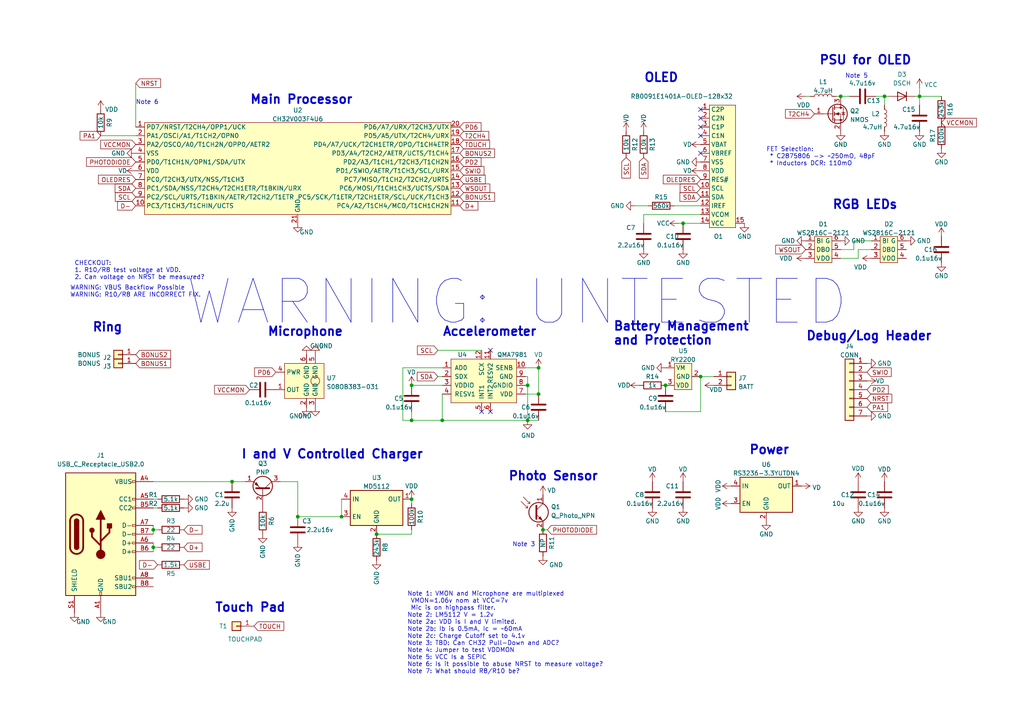
<source format=kicad_sch>
(kicad_sch (version 20211123) (generator eeschema)
  (paper "A4")
  (lib_symbols
    (symbol "CH32V003F4U6:CH32V003F4U6"
      (property "Reference" "U" (at 0 0 0))
      (property "Value" "CH32V003F4U6" (at 0 3.81 0))
      (symbol "CH32V003F4U6_1_1"
        (pin bidirectional line (at -46.99 11.43 0) (length 2.54) (name "PD7/NRST/T2CH4/OPP1/UCK") (number "1"))
        (pin bidirectional line (at -46.99 -11.43 0) (length 2.54) (name "PC3/T1CH3/T1CHIN/UCTS") (number "10"))
        (pin bidirectional line (at 46.99 -11.43 180) (length 2.54) (name "PC4/A2/T1CH4/MCO/T1CH1CH2N") (number "11"))
        (pin bidirectional line (at 46.99 -8.89 180) (length 2.54) (name "PC5/SCK/T1ETR/T2CH1ETR/SCL/UCK/T1CH3") (number "12"))
        (pin bidirectional line (at 46.99 -6.35 180) (length 2.54) (name "PC6/MOSI/T1CH1CH3/UCTS/SDA") (number "13"))
        (pin bidirectional line (at 46.99 -3.81 180) (length 2.54) (name "PC7/MISO/T1CH2/T2CH2/URTS") (number "14"))
        (pin bidirectional line (at 46.99 -1.27 180) (length 2.54) (name "PD1/SWIO/AETR/T1CH3/SCL/URX") (number "15"))
        (pin bidirectional line (at 46.99 1.27 180) (length 2.54) (name "PD2/A3/T1CH1/T2CH3/T1CH2N") (number "16"))
        (pin bidirectional line (at 46.99 3.81 180) (length 2.54) (name "PD3/A4/T2CH2/AETR/UCTS/T1CH4") (number "17"))
        (pin bidirectional line (at 46.99 6.35 180) (length 2.54) (name "PD4/A7/UCK/T2CH1ETR/OPO/T1CH4ETR") (number "18"))
        (pin bidirectional line (at 46.99 8.89 180) (length 2.54) (name "PD5/A5/UTX/T2CH4/URX") (number "19"))
        (pin bidirectional line (at -46.99 8.89 0) (length 2.54) (name "PA1/OSCI/A1/T1CH2/OPN0") (number "2"))
        (pin bidirectional line (at 46.99 11.43 180) (length 2.54) (name "PD6/A7/URX/T2CH3/UTX") (number "20"))
        (pin bidirectional line (at 0 -16.51 90) (length 2.54) (name "GND") (number "21"))
        (pin bidirectional line (at -46.99 6.35 0) (length 2.54) (name "PA2/OSCO/A0/T1CH2N/OPP0/AETR2") (number "3"))
        (pin bidirectional line (at -46.99 3.81 0) (length 2.54) (name "VSS") (number "4"))
        (pin bidirectional line (at -46.99 1.27 0) (length 2.54) (name "PD0/T1CH1N/OPN1/SDA/UTX") (number "5"))
        (pin bidirectional line (at -46.99 -1.27 0) (length 2.54) (name "VDD") (number "6"))
        (pin bidirectional line (at -46.99 -3.81 0) (length 2.54) (name "PC0/T2CH3/UTX/NSS/T1CH3") (number "7"))
        (pin bidirectional line (at -46.99 -6.35 0) (length 2.54) (name "PC1/SDA/NSS/T2CH4/T2CH1ETR/T1BKIN/URX") (number "8"))
        (pin bidirectional line (at -46.99 -8.89 0) (length 2.54) (name "PC2/SCL/URTS/T1BKIN/AETR/T2CH2/T1ETR") (number "9"))
      )
    )
    (symbol "Connector:USB_C_Receptacle_USB2.0" (pin_names (offset 1.016))
      (property "Reference" "J" (at -10.16 19.05 0))
      (property "Value" "USB_C_Receptacle_USB2.0" (at 19.05 19.05 0))
      (symbol "USB_C_Receptacle_USB2.0_1_1"
        (pin passive line (at 0 -22.86 90) (length 5.08) (name "GND") (number "A1"))
        (pin passive line (at 0 -22.86 90) (length 5.08) hide (name "GND") (number "A12"))
        (pin passive line (at 15.24 15.24 180) (length 5.08) (name "VBUS") (number "A4"))
        (pin bidirectional line (at 15.24 10.16 180) (length 5.08) (name "CC1") (number "A5"))
        (pin bidirectional line (at 15.24 -2.54 180) (length 5.08) (name "D+") (number "A6"))
        (pin bidirectional line (at 15.24 2.54 180) (length 5.08) (name "D-") (number "A7"))
        (pin bidirectional line (at 15.24 -12.7 180) (length 5.08) (name "SBU1") (number "A8"))
        (pin passive line (at 15.24 15.24 180) (length 5.08) hide (name "VBUS") (number "A9"))
        (pin passive line (at 0 -22.86 90) (length 5.08) hide (name "GND") (number "B1"))
        (pin passive line (at 0 -22.86 90) (length 5.08) hide (name "GND") (number "B12"))
        (pin passive line (at 15.24 15.24 180) (length 5.08) hide (name "VBUS") (number "B4"))
        (pin bidirectional line (at 15.24 7.62 180) (length 5.08) (name "CC2") (number "B5"))
        (pin bidirectional line (at 15.24 -5.08 180) (length 5.08) (name "D+") (number "B6"))
        (pin bidirectional line (at 15.24 0 180) (length 5.08) (name "D-") (number "B7"))
        (pin bidirectional line (at 15.24 -15.24 180) (length 5.08) (name "SBU2") (number "B8"))
        (pin passive line (at 15.24 15.24 180) (length 5.08) hide (name "VBUS") (number "B9"))
        (pin passive line (at -7.62 -22.86 90) (length 5.08) (name "SHIELD") (number "S1"))
      )
    )
    (symbol "Connector_Generic:Conn_01x01" (pin_names (offset 1.016) hide)
      (property "Reference" "J" (at 0 2.54 0))
      (property "Value" "Conn_01x01" (at 0 -2.54 0))
      (symbol "Conn_01x01_1_1"
        (pin passive line (at -5.08 0 0) (length 3.81) (name "Pin_1") (number "1"))
      )
    )
    (symbol "Connector_Generic:Conn_01x02" (pin_names (offset 1.016) hide)
      (property "Reference" "J" (at 0 2.54 0))
      (property "Value" "Conn_01x02" (at 0 -5.08 0))
      (symbol "Conn_01x02_1_1"
        (pin passive line (at -5.08 0 0) (length 3.81) (name "Pin_1") (number "1"))
        (pin passive line (at -5.08 -2.54 0) (length 3.81) (name "Pin_2") (number "2"))
      )
    )
    (symbol "Connector_Generic:Conn_01x07" (pin_names (offset 1.016) hide)
      (property "Reference" "J" (at 0 10.16 0))
      (property "Value" "Conn_01x07" (at 0 -10.16 0))
      (symbol "Conn_01x07_1_1"
        (pin passive line (at -5.08 7.62 0) (length 3.81) (name "Pin_1") (number "1"))
        (pin passive line (at -5.08 5.08 0) (length 3.81) (name "Pin_2") (number "2"))
        (pin passive line (at -5.08 2.54 0) (length 3.81) (name "Pin_3") (number "3"))
        (pin passive line (at -5.08 0 0) (length 3.81) (name "Pin_4") (number "4"))
        (pin passive line (at -5.08 -2.54 0) (length 3.81) (name "Pin_5") (number "5"))
        (pin passive line (at -5.08 -5.08 0) (length 3.81) (name "Pin_6") (number "6"))
        (pin passive line (at -5.08 -7.62 0) (length 3.81) (name "Pin_7") (number "7"))
      )
    )
    (symbol "Device:C" (pin_numbers hide) (pin_names (offset 0.254))
      (property "Reference" "C" (at 0.635 2.54 0))
      (property "Value" "C" (at 0.635 -2.54 0))
      (symbol "C_1_1"
        (pin passive line (at 0 3.81 270) (length 2.794) (name "~") (number "1"))
        (pin passive line (at 0 -3.81 90) (length 2.794) (name "~") (number "2"))
      )
    )
    (symbol "Device:D" (pin_numbers hide) (pin_names (offset 1.016) hide)
      (property "Reference" "D" (at 0 2.54 0))
      (property "Value" "D" (at 0 -2.54 0))
      (symbol "D_1_1"
        (pin passive line (at -3.81 0 0) (length 2.54) (name "K") (number "1"))
        (pin passive line (at 3.81 0 180) (length 2.54) (name "A") (number "2"))
      )
    )
    (symbol "Device:L" (pin_numbers hide) (pin_names (offset 1.016) hide)
      (property "Reference" "L" (at -1.27 0 90))
      (property "Value" "L" (at 1.905 0 90))
      (symbol "L_1_1"
        (pin passive line (at 0 3.81 270) (length 1.27) (name "1") (number "1"))
        (pin passive line (at 0 -3.81 90) (length 1.27) (name "2") (number "2"))
      )
    )
    (symbol "Device:Q_NMOS_GSD" (pin_names (offset 0) hide)
      (property "Reference" "Q" (at 5.08 1.27 0))
      (property "Value" "Q_NMOS_GSD" (at 5.08 -1.27 0))
      (symbol "Q_NMOS_GSD_1_1"
        (pin input line (at -5.08 0 0) (length 2.54) (name "G") (number "1"))
        (pin passive line (at 2.54 -5.08 90) (length 2.54) (name "S") (number "2"))
        (pin passive line (at 2.54 5.08 270) (length 2.54) (name "D") (number "3"))
      )
    )
    (symbol "Device:Q_PNP_EBC" (pin_names (offset 0) hide)
      (property "Reference" "Q" (at 5.08 1.27 0))
      (property "Value" "Q_PNP_EBC" (at 5.08 -1.27 0))
      (symbol "Q_PNP_EBC_1_1"
        (pin passive line (at 2.54 -5.08 90) (length 2.54) (name "E") (number "1"))
        (pin input line (at -5.08 0 0) (length 5.715) (name "B") (number "2"))
        (pin passive line (at 2.54 5.08 270) (length 2.54) (name "C") (number "3"))
      )
    )
    (symbol "Device:Q_Photo_NPN" (pin_names (offset 0) hide)
      (property "Reference" "Q" (at 5.08 1.27 0))
      (property "Value" "Q_Photo_NPN" (at 5.08 -1.27 0))
      (symbol "Q_Photo_NPN_1_1"
        (pin passive line (at 2.54 5.08 270) (length 2.54) (name "C") (number "1"))
        (pin passive line (at 2.54 -5.08 90) (length 2.54) (name "E") (number "2"))
      )
    )
    (symbol "Device:R" (pin_numbers hide) (pin_names (offset 0))
      (property "Reference" "R" (at 2.032 0 90))
      (property "Value" "R" (at 0 0 90))
      (symbol "R_1_1"
        (pin passive line (at 0 3.81 270) (length 1.27) (name "~") (number "1"))
        (pin passive line (at 0 -3.81 90) (length 1.27) (name "~") (number "2"))
      )
    )
    (symbol "GOERTEK-S08OB383-031-MemsMic:S08OB383-031"
      (property "Reference" "U" (at 0 -1.27 0))
      (property "Value" "S08OB383-031" (at 0 -8.89 0))
      (symbol "S08OB383-031_1_1"
        (pin bidirectional line (at -2.54 6.35 270) (length 2.54) (name "OUT") (number "1"))
        (pin bidirectional line (at -7.62 -2.54 0) (length 2.54) (name "GND") (number "2"))
        (pin bidirectional line (at -7.62 -5.08 0) (length 2.54) (name "GND") (number "3"))
        (pin bidirectional line (at 2.54 6.35 270) (length 2.54) (name "PWR") (number "4"))
        (pin bidirectional line (at 7.62 -5.08 180) (length 2.54) (name "GND") (number "5"))
        (pin bidirectional line (at 7.62 -2.54 180) (length 2.54) (name "GND") (number "6"))
      )
    )
    (symbol "RB0091E1401A-OLED-128x32:RB0091E1401A-OLED-128x32"
      (property "Reference" "U" (at -1.27 -21.59 0))
      (property "Value" "RB0091E1401A-OLED-128x32" (at 0 16.51 0))
      (symbol "RB0091E1401A-OLED-128x32_1_1"
        (pin input line (at -6.35 13.97 0) (length 2.54) (name "C2P") (number "1"))
        (pin input line (at -6.35 -8.89 0) (length 2.54) (name "SCL") (number "10"))
        (pin input line (at -6.35 -11.43 0) (length 2.54) (name "SDA") (number "11"))
        (pin input line (at -6.35 -13.97 0) (length 2.54) (name "IREF") (number "12"))
        (pin input line (at -6.35 -16.51 0) (length 2.54) (name "VCOM") (number "13"))
        (pin input line (at -6.35 -19.05 0) (length 2.54) (name "VCC") (number "14"))
        (pin input line (at 6.35 -19.05 180) (length 2.54) (name "~") (number "15"))
        (pin input line (at -6.35 11.43 0) (length 2.54) (name "C2N") (number "2"))
        (pin input line (at -6.35 8.89 0) (length 2.54) (name "C1P") (number "3"))
        (pin input line (at -6.35 6.35 0) (length 2.54) (name "C1N") (number "4"))
        (pin input line (at -6.35 3.81 0) (length 2.54) (name "VBAT") (number "5"))
        (pin input line (at -6.35 1.27 0) (length 2.54) (name "VBREF") (number "6"))
        (pin input line (at -6.35 -1.27 0) (length 2.54) (name "VSS") (number "7"))
        (pin input line (at -6.35 -3.81 0) (length 2.54) (name "VDD") (number "8"))
        (pin input line (at -6.35 -6.35 0) (length 2.54) (name "RES#") (number "9"))
      )
    )
    (symbol "RY2200-BatteryProtection:RY2200-BatteryProtection"
      (property "Reference" "U" (at 0 5.08 0))
      (property "Value" "RY2200-BatteryProtection" (at 0 -5.08 0))
      (symbol "RY2200-BatteryProtection_1_1"
        (pin input line (at -5.08 2.54 0) (length 2.54) (name "VM") (number "1"))
        (pin input line (at 5.08 0 180) (length 2.54) (name "GND") (number "2"))
        (pin input line (at -5.08 -2.54 0) (length 2.54) (name "VDD") (number "3"))
      )
    )
    (symbol "Regulator_Linear:NCP115AMX250TCG"
      (property "Reference" "U" (at 2.54 10.16 0))
      (property "Value" "NCP115AMX250TCG" (at 10.16 7.62 0))
      (symbol "NCP115AMX250TCG_1_1"
        (pin power_out line (at 10.16 2.54 180) (length 2.54) (name "OUT") (number "1"))
        (pin power_in line (at 0 -7.62 90) (length 2.54) (name "GND") (number "2"))
        (pin input line (at -10.16 -2.54 0) (length 2.54) (name "EN") (number "3"))
        (pin power_in line (at -10.16 2.54 0) (length 2.54) (name "IN") (number "4"))
        (pin passive line (at 0 -7.62 90) (length 2.54) hide (name "GND") (number "5"))
      )
    )
    (symbol "Swadge_Parts:GND" (power) (pin_names (offset 0))
      (property "Value" "GND" (at 0 -3.81 0))
      (symbol "GND_1_1"
        (pin power_in line (at 0 0 270) (length 0) hide (name "GND") (number "1"))
      )
    )
    (symbol "Swadge_Parts:QMA7981" (pin_names (offset 1.016))
      (property "Reference" "U" (at 5.08 7.62 0))
      (property "Value" "QMA7981" (at -7.62 7.62 0))
      (symbol "QMA7981_1_1"
        (pin input line (at -12.7 3.81 0) (length 2.54) (name "AD0") (number "1"))
        (pin input line (at 11.43 3.81 180) (length 2.54) (name "SENB") (number "10"))
        (pin input line (at 1.27 8.89 270) (length 2.54) (name "RESV2") (number "11"))
        (pin input line (at -1.27 8.89 270) (length 2.54) (name "SCX") (number "12"))
        (pin input line (at -12.7 1.27 0) (length 2.54) (name "SDX") (number "2"))
        (pin input line (at -12.7 -1.27 0) (length 2.54) (name "VDDIO") (number "3"))
        (pin input line (at -12.7 -3.81 0) (length 2.54) (name "RESV1") (number "4"))
        (pin input line (at -1.27 -8.89 90) (length 2.54) (name "INT1") (number "5"))
        (pin input line (at 1.27 -8.89 90) (length 2.54) (name "INT2") (number "6"))
        (pin input line (at 11.43 -3.81 180) (length 2.54) (name "VDD") (number "7"))
        (pin input line (at 11.43 -1.27 180) (length 2.54) (name "GNDIO") (number "8"))
        (pin input line (at 11.43 1.27 180) (length 2.54) (name "GND") (number "9"))
      )
    )
    (symbol "WS2816C:WS2816C-2121"
      (property "Reference" "D?" (at 0 8.89 0))
      (property "Value" "WS2816C-2121" (at 0 6.35 0))
      (symbol "WS2816C-2121_1_1"
        (pin input line (at -5.08 2.54 0) (length 2.54) (name "BI") (number "1"))
        (pin input line (at -5.08 0 0) (length 2.54) (name "DI") (number "2"))
        (pin power_in line (at -5.08 -2.54 0) (length 2.54) (name "V") (number "3"))
        (pin output line (at 5.08 -2.54 180) (length 2.54) (name "DO") (number "4"))
        (pin output line (at 5.08 0 180) (length 2.54) (name "BO") (number "5"))
        (pin power_in line (at 5.08 2.54 180) (length 2.54) (name "G") (number "6"))
      )
    )
    (symbol "power:GND" (power) (pin_names (offset 0))
      (property "Value" "GND" (at 0 -3.81 0))
      (symbol "GND_1_1"
        (pin power_in line (at 0 0 270) (length 0) hide (name "GND") (number "1"))
      )
    )
    (symbol "power:VCC" (power) (pin_names (offset 0))
      (property "Value" "VCC" (at 0 3.81 0))
      (symbol "VCC_1_1"
        (pin power_in line (at 0 0 90) (length 0) hide (name "VCC") (number "1"))
      )
    )
    (symbol "power:VD" (power) (pin_names (offset 0))
      (property "Value" "VD" (at 0 3.81 0))
      (symbol "VD_1_1"
        (pin power_in line (at 0 0 90) (length 0) hide (name "VD") (number "1"))
      )
    )
    (symbol "power:VDD" (power) (pin_names (offset 0))
      (property "Value" "VDD" (at 0 3.81 0))
      (symbol "VDD_1_1"
        (pin power_in line (at 0 0 90) (length 0) hide (name "VDD") (number "1"))
      )
    )
  )
  (junction (at 266.7 27.94))
  (junction (at 203.2 109.22))
  (junction (at 153.035 111.76))
  (junction (at 256.54 27.94))
  (junction (at 119.38 111.76))
  (junction (at 198.12 64.77))
  (junction (at 44.45 153.67))
  (junction (at 243.84 27.94))
  (junction (at 109.22 154.94))
  (junction (at 156.21 114.3))
  (junction (at 119.38 144.78))
  (junction (at 86.36 149.86))
  (junction (at 44.45 158.75))
  (junction (at 119.38 121.92))
  (junction (at 153.035 121.92))
  (junction (at 128.27 121.92))
  (junction (at 156.21 106.68))
  (junction (at 193.04 111.76))
  (junction (at 67.31 139.7))
  (junction (at 99.06 149.86))
  (junction (at 157.48 153.67))
  (no_connect (at 142.24 119.38))
  (no_connect (at 142.24 101.6))
  (no_connect (at 139.7 119.38))
  (no_connect (at 203.2 44.45))
  (no_connect (at 203.2 31.75))
  (no_connect (at 203.2 36.83))
  (no_connect (at 203.2 39.37))
  (no_connect (at 203.2 34.29))
  (wire (pts (xy 128.27 106.68) (xy 116.84 106.68)))
  (wire (pts (xy 158.75 153.67) (xy 157.48 153.67)))
  (wire (pts (xy 119.38 111.76) (xy 128.27 111.76)))
  (wire (pts (xy 203.2 109.22) (xy 207.01 109.22)))
  (wire (pts (xy 152.4 114.3) (xy 156.21 114.3)))
  (wire (pts (xy 186.69 62.23) (xy 186.69 64.77)))
  (wire (pts (xy 242.57 27.94) (xy 243.84 27.94)))
  (wire (pts (xy 233.68 27.94) (xy 234.95 27.94)))
  (wire (pts (xy 256.54 27.94) (xy 256.54 30.48)))
  (wire (pts (xy 184.15 59.69) (xy 187.96 59.69)))
  (wire (pts (xy 265.43 27.94) (xy 266.7 27.94)))
  (wire (pts (xy 186.69 62.23) (xy 203.2 62.23)))
  (wire (pts (xy 153.035 111.76) (xy 153.035 121.92)))
  (wire (pts (xy 195.58 59.69) (xy 203.2 59.69)))
  (wire (pts (xy 152.4 106.68) (xy 156.21 106.68)))
  (wire (pts (xy 266.7 30.48) (xy 266.7 27.94)))
  (wire (pts (xy 243.84 27.94) (xy 246.38 27.94)))
  (wire (pts (xy 44.45 153.67) (xy 45.72 153.67)))
  (wire (pts (xy 44.45 144.78) (xy 45.72 144.78)))
  (wire (pts (xy 153.035 121.92) (xy 156.21 121.92)))
  (wire (pts (xy 67.31 139.7) (xy 71.12 139.7)))
  (wire (pts (xy 203.2 119.38) (xy 203.2 109.22)))
  (wire (pts (xy 248.92 74.93) (xy 248.92 72.39)))
  (wire (pts (xy 247.65 69.85) (xy 252.73 69.85)))
  (wire (pts (xy 119.38 154.94) (xy 119.38 153.67)))
  (wire (pts (xy 127 101.6) (xy 139.7 101.6)))
  (wire (pts (xy 39.37 24.13) (xy 39.37 36.83)))
  (wire (pts (xy 44.45 153.67) (xy 44.45 154.94)))
  (wire (pts (xy 29.21 39.37) (xy 39.37 39.37)))
  (wire (pts (xy 116.84 121.92) (xy 119.38 121.92)))
  (wire (pts (xy 254 27.94) (xy 256.54 27.94)))
  (wire (pts (xy 44.45 152.4) (xy 44.45 153.67)))
  (wire (pts (xy 128.27 121.92) (xy 153.035 121.92)))
  (wire (pts (xy 86.36 139.7) (xy 81.28 139.7)))
  (wire (pts (xy 243.84 72.39) (xy 247.65 72.39)))
  (wire (pts (xy 44.45 147.32) (xy 45.72 147.32)))
  (wire (pts (xy 119.38 119.38) (xy 119.38 121.92)))
  (wire (pts (xy 109.22 154.94) (xy 119.38 154.94)))
  (wire (pts (xy 44.45 158.75) (xy 44.45 160.02)))
  (wire (pts (xy 86.36 149.86) (xy 99.06 149.86)))
  (wire (pts (xy 193.04 119.38) (xy 203.2 119.38)))
  (wire (pts (xy 128.27 114.3) (xy 128.27 121.92)))
  (wire (pts (xy 198.12 64.77) (xy 203.2 64.77)))
  (wire (pts (xy 243.84 74.93) (xy 248.92 74.93)))
  (wire (pts (xy 196.85 64.77) (xy 198.12 64.77)))
  (wire (pts (xy 152.4 109.22) (xy 153.035 109.22)))
  (wire (pts (xy 152.4 111.76) (xy 153.035 111.76)))
  (wire (pts (xy 119.38 121.92) (xy 128.27 121.92)))
  (wire (pts (xy 247.65 72.39) (xy 247.65 69.85)))
  (wire (pts (xy 248.92 72.39) (xy 252.73 72.39)))
  (wire (pts (xy 153.035 109.22) (xy 153.035 111.76)))
  (wire (pts (xy 99.06 144.78) (xy 99.06 149.86)))
  (wire (pts (xy 44.45 158.75) (xy 45.72 158.75)))
  (wire (pts (xy 116.84 106.68) (xy 116.84 121.92)))
  (wire (pts (xy 44.45 139.7) (xy 67.31 139.7)))
  (wire (pts (xy 86.36 149.86) (xy 86.36 139.7)))
  (wire (pts (xy 156.21 106.68) (xy 156.21 114.3)))
  (wire (pts (xy 127 109.22) (xy 128.27 109.22)))
  (wire (pts (xy 44.45 157.48) (xy 44.45 158.75)))
  (wire (pts (xy 119.38 146.05) (xy 119.38 144.78)))
  (wire (pts (xy 266.7 27.94) (xy 273.05 27.94)))
  (wire (pts (xy 257.81 27.94) (xy 256.54 27.94)))
  (wire (pts (xy 266.7 25.4) (xy 266.7 27.94)))
  (text "Accelerometer" (at 128.27 97.79 0) (effects (font (size 2.54 2.54) (thickness 0.508) bold) (justify left bottom)))
  (text "Note 5" (at 245.11 22.86 0) (effects (font (size 1.27 1.27)) (justify left bottom)))
  (text "Ring" (at 26.67 96.52 0) (effects (font (size 2.54 2.54) (thickness 0.508) bold) (justify left bottom)))
  (text "Microphone" (at 77.47 97.79 0) (effects (font (size 2.54 2.54) (thickness 0.508) bold) (justify left bottom)))
  (text "Note 3" (at 148.59 158.75 0) (effects (font (size 1.27 1.27)) (justify left bottom)))
  (text "WARNING: UNTESTED" (at 53.34 95.25 0) (effects (font (size 12.7 12.7)) (justify left bottom)))
  (text "RGB LEDs" (at 241.3 60.96 0) (effects (font (size 2.54 2.54) (thickness 0.508) bold) (justify left bottom)))
  (text "Battery Management\nand Protection" (at 177.8 100.33 0) (effects (font (size 2.54 2.54) (thickness 0.508) bold) (justify left bottom)))
  (text "PSU for OLED" (at 237.49 19.05 0) (effects (font (size 2.54 2.54) (thickness 0.508) bold) (justify left bottom)))
  (text "Debug/Log Header" (at 233.68 99.06 0) (effects (font (size 2.54 2.54) (thickness 0.508) bold) (justify left bottom)))
  (text "OLED" (at 186.69 24.13 0) (effects (font (size 2.54 2.54) (thickness 0.508) bold) (justify left bottom)))
  (text "FET Selection:\n * C2875806 -> ~250mO, 48pF\n * Inductors DCR: 110mO" (at 222.25 48.26 0) (effects (font (size 1.27 1.27)) (justify left bottom)))
  (text "Main Processor" (at 72.39 30.48 0) (effects (font (size 2.54 2.54) (thickness 0.508) bold) (justify left bottom)))
  (text "Power" (at 217.17 132.08 0) (effects (font (size 2.54 2.54) (thickness 0.508) bold) (justify left bottom)))
  (text "I and V Controlled Charger" (at 69.85 133.35 0) (effects (font (size 2.54 2.54) (thickness 0.508) bold) (justify left bottom)))
  (text "Photo Sensor" (at 147.32 139.7 0) (effects (font (size 2.54 2.54) (thickness 0.508) bold) (justify left bottom)))
  (text "Note 6" (at 39.37 30.48 0) (effects (font (size 1.27 1.27)) (justify left bottom)))
  (text "CHECKOUT: \n1. R10/R8 test voltage at VDD.\n2. Can voltage on NRST be measured?" (at 21.59 81.28 0) (effects (font (size 1.27 1.27)) (justify left bottom)))
  (text "Note 1: VMON and Microphone are multiplexed\n VMON=1.06v nom at VCC=7v\n Mic is on highpass filter.\nNote 2: LM5112 V = 1.2v\nNote 2a: VDD is I and V limited.\nNote 2b: Ib is 0.5mA, Ic = ~60mA\nNote 2c: Charge Cutoff set to 4.1v\nNote 3: TBD: Can CH32 Pull-Down and ADC?\nNote 4: Jumper to test VDDMON\nNote 5: VCC Is a SEPIC\nNote 6: Is it possible to abuse NRST to measure voltage?\nNote 7: What should R8/R10 be?" (at 118.11 195.58 0) (effects (font (size 1.27 1.27)) (justify left bottom)))
  (text "WARNING: VBUS Backflow Possible\nWARNING: R10/R8 ARE INCORRECT FIX." (at 20.32 86.36 0) (effects (font (size 1.27 1.27)) (justify left bottom)))
  (text "Touch Pad" (at 62.23 177.8 0) (effects (font (size 2.54 2.54) (thickness 0.508) bold) (justify left bottom)))
  (global_label "D-" (shape input) (at 39.37 59.69 180) (property "Intersheet References" "${INTERSHEET_REFS}" (effects hide)))
  (global_label "VCCMON" (shape input) (at 273.05 35.56 0) (property "Intersheet References" "${INTERSHEET_REFS}" (effects hide)))
  (global_label "OLEDRES" (shape input) (at 39.37 52.07 180) (property "Intersheet References" "${INTERSHEET_REFS}" (effects hide)))
  (global_label "PA1" (shape input) (at 29.21 39.37 180) (property "Intersheet References" "${INTERSHEET_REFS}" (effects hide)))
  (global_label "PHOTODIODE" (shape input) (at 158.75 153.67 0) (property "Intersheet References" "${INTERSHEET_REFS}" (effects hide)))
  (global_label "BONUS2" (shape input) (at 39.37 102.87 0) (property "Intersheet References" "${INTERSHEET_REFS}" (effects hide)))
  (global_label "SDA" (shape input) (at 186.69 45.72 270) (property "Intersheet References" "${INTERSHEET_REFS}" (effects hide)))
  (global_label "VCCMON" (shape input) (at 39.37 41.91 180) (property "Intersheet References" "${INTERSHEET_REFS}" (effects hide)))
  (global_label "OLEDRES" (shape input) (at 203.2 52.07 180) (property "Intersheet References" "${INTERSHEET_REFS}" (effects hide)))
  (global_label "BONUS2" (shape input) (at 133.35 44.45 0) (property "Intersheet References" "${INTERSHEET_REFS}" (effects hide)))
  (global_label "T2CH4" (shape input) (at 236.22 33.02 180) (property "Intersheet References" "${INTERSHEET_REFS}" (effects hide)))
  (global_label "NRST" (shape input) (at 39.37 24.13 0) (property "Intersheet References" "${INTERSHEET_REFS}" (effects hide)))
  (global_label "BONUS1" (shape input) (at 133.35 57.15 0) (property "Intersheet References" "${INTERSHEET_REFS}" (effects hide)))
  (global_label "SCL" (shape input) (at 203.2 54.61 180) (property "Intersheet References" "${INTERSHEET_REFS}" (effects hide)))
  (global_label "D+" (shape input) (at 133.35 59.69 0) (property "Intersheet References" "${INTERSHEET_REFS}" (effects hide)))
  (global_label "D-" (shape input) (at 53.34 153.67 0) (property "Intersheet References" "${INTERSHEET_REFS}" (effects hide)))
  (global_label "SWIO" (shape input) (at 251.46 107.95 0) (property "Intersheet References" "${INTERSHEET_REFS}" (effects hide)))
  (global_label "VCCMON" (shape input) (at 72.39 113.03 180) (property "Intersheet References" "${INTERSHEET_REFS}" (effects hide)))
  (global_label "D-" (shape input) (at 45.72 163.83 180) (property "Intersheet References" "${INTERSHEET_REFS}" (effects hide)))
  (global_label "PD6" (shape input) (at 133.35 36.83 0) (property "Intersheet References" "${INTERSHEET_REFS}" (effects hide)))
  (global_label "PA1" (shape input) (at 251.46 118.11 0) (property "Intersheet References" "${INTERSHEET_REFS}" (effects hide)))
  (global_label "PD2" (shape input) (at 251.46 113.03 0) (property "Intersheet References" "${INTERSHEET_REFS}" (effects hide)))
  (global_label "PD2" (shape input) (at 133.35 46.99 0) (property "Intersheet References" "${INTERSHEET_REFS}" (effects hide)))
  (global_label "SDA" (shape input) (at 127 109.22 180) (property "Intersheet References" "${INTERSHEET_REFS}" (effects hide)))
  (global_label "USBE" (shape input) (at 133.35 52.07 0) (property "Intersheet References" "${INTERSHEET_REFS}" (effects hide)))
  (global_label "NRST" (shape input) (at 251.46 115.57 0) (property "Intersheet References" "${INTERSHEET_REFS}" (effects hide)))
  (global_label "PHOTODIODE" (shape input) (at 39.37 46.99 180) (property "Intersheet References" "${INTERSHEET_REFS}" (effects hide)))
  (global_label "USBE" (shape input) (at 53.34 163.83 0) (property "Intersheet References" "${INTERSHEET_REFS}" (effects hide)))
  (global_label "SDA" (shape input) (at 203.2 57.15 180) (property "Intersheet References" "${INTERSHEET_REFS}" (effects hide)))
  (global_label "SWIO" (shape input) (at 133.35 49.53 0) (property "Intersheet References" "${INTERSHEET_REFS}" (effects hide)))
  (global_label "BONUS1" (shape input) (at 39.37 105.41 0) (property "Intersheet References" "${INTERSHEET_REFS}" (effects hide)))
  (global_label "SDA" (shape input) (at 39.37 54.61 180) (property "Intersheet References" "${INTERSHEET_REFS}" (effects hide)))
  (global_label "SCL" (shape input) (at 127 101.6 180) (property "Intersheet References" "${INTERSHEET_REFS}" (effects hide)))
  (global_label "T2CH4" (shape input) (at 133.35 39.37 0) (property "Intersheet References" "${INTERSHEET_REFS}" (effects hide)))
  (global_label "PD6" (shape input) (at 80.01 107.95 180) (property "Intersheet References" "${INTERSHEET_REFS}" (effects hide)))
  (global_label "TOUCH" (shape input) (at 73.66 181.61 0) (property "Intersheet References" "${INTERSHEET_REFS}" (effects hide)))
  (global_label "SCL" (shape input) (at 181.61 45.72 270) (property "Intersheet References" "${INTERSHEET_REFS}" (effects hide)))
  (global_label "WSOUT" (shape input) (at 233.68 72.39 180) (property "Intersheet References" "${INTERSHEET_REFS}" (effects hide)))
  (global_label "WSOUT" (shape input) (at 133.35 54.61 0) (property "Intersheet References" "${INTERSHEET_REFS}" (effects hide)))
  (global_label "SCL" (shape input) (at 39.37 57.15 180) (property "Intersheet References" "${INTERSHEET_REFS}" (effects hide)))
  (global_label "TOUCH" (shape input) (at 133.35 41.91 0) (property "Intersheet References" "${INTERSHEET_REFS}" (effects hide)))
  (global_label "D+" (shape input) (at 53.34 158.75 0) (property "Intersheet References" "${INTERSHEET_REFS}" (effects hide)))
  (symbol (lib_id "power:VD") (at 198.12 139.7 0) (unit 1)
    (property "Reference" "#PWR0130" (effects hide))
    (property "Value" "VD" (at 198.12 136.1242 0))
  )
  (symbol (lib_id "Device:D") (at 261.62 27.94 180) (unit 1)
    (property "Reference" "D3" (at 261.62 21.59 0))
    (property "Value" "DSCH" (at 261.62 24.13 0))
    (property "Footprint" "Diode_SMD:D_SOD-323F" (effects hide))
    (property "LCSC" "C255586" (effects hide))
  )
  (symbol (lib_id "Device:Q_NMOS_GSD") (at 241.3 33.02 0) (unit 1)
    (property "Reference" "Q2" (at 246.507 32.1853 0) (effects (justify left)))
    (property "Value" "NMOS" (at 246.507 34.7222 0) (effects (justify left)))
    (property "Footprint" "DFN-3L-1x0.6:DFN-3L-1x0.6" (effects hide))
    (property "LCSC" "C2875806" (effects hide))
  )
  (symbol (lib_id "power:VD") (at 189.23 139.7 0) (unit 1)
    (property "Reference" "#PWR0129" (effects hide))
    (property "Value" "VD" (at 189.23 136.1242 0))
  )
  (symbol (lib_id "power:GND") (at 29.21 177.8 0) (unit 1)
    (property "Reference" "#PWR0141" (effects hide))
    (property "Value" "GND" (at 31.75 180.34 0))
  )
  (symbol (lib_id "power:GND") (at 198.12 147.32 0) (unit 1)
    (property "Reference" "#PWR0131" (effects hide))
    (property "Value" "GND" (at 198.12 151.13 0))
  )
  (symbol (lib_id "Regulator_Linear:NCP115AMX250TCG") (at 222.25 143.51 0) (unit 1)
    (property "Reference" "U6" (at 222.25 134.7302 0))
    (property "Value" "RS3236-3.3YUTDN4" (at 222.25 137.2671 0))
    (property "Footprint" "xdfn_reg:xdfn-reg" (effects hide))
    (property "Datasheet" "https://www.onsemi.com/pub/Collateral/NCP115-D.PDF" (effects hide))
    (property "LCSC" "C379350" (effects hide))
  )
  (symbol (lib_id "power:GND") (at 193.04 106.68 270) (unit 1)
    (property "Reference" "#PWR0139" (effects hide))
    (property "Value" "GND" (at 187.96 106.68 90))
  )
  (symbol (lib_id "power:GND") (at 39.37 44.45 270) (unit 1)
    (property "Reference" "#PWR0152" (effects hide))
    (property "Value" "GND" (at 34.29 44.45 90))
  )
  (symbol (lib_id "RB0091E1401A-OLED-128x32:RB0091E1401A-OLED-128x32") (at 209.55 45.72 0) (unit 1)
    (property "Reference" "O1" (at 207.01 68.58 0) (effects (justify left)))
    (property "Value" "RB0091E1401A-OLED-128x32" (at 182.88 27.94 0) (effects (justify left)))
    (property "Footprint" "RB0091E1401A-OLED-128x32:RB0091E1401A-OLED-128x32_FLIP" (effects hide))
  )
  (symbol (lib_id "Device:C") (at 186.69 68.58 0) (unit 1)
    (property "Reference" "C7" (at 181.61 66.04 0) (effects (justify left)))
    (property "Value" "2.2u16v" (at 179.07 71.12 0) (effects (justify left)))
    (property "Footprint" "Capacitor_SMD:C_0402_1005Metric" (effects hide))
    (property "LCSC" "C385032" (effects hide))
  )
  (symbol (lib_id "Device:C") (at 256.54 143.51 0) (unit 1)
    (property "Reference" "C14" (at 251.46 143.51 0) (effects (justify left)))
    (property "Value" "0.1u16v" (at 248.92 146.05 0) (effects (justify left)))
    (property "Footprint" "Capacitor_SMD:C_0402_1005Metric" (effects hide))
    (property "LCSC" "C338032" (effects hide))
  )
  (symbol (lib_id "power:VDD") (at 212.09 146.05 90) (unit 1)
    (property "Reference" "#PWR0126" (effects hide))
    (property "Value" "VDD" (at 208.28 146.05 0))
  )
  (symbol (lib_id "power:GND") (at 262.89 69.85 90) (unit 1)
    (property "Reference" "#PWR0112" (effects hide))
    (property "Value" "GND" (at 267.97 69.85 90))
  )
  (symbol (lib_id "Device:R") (at 119.38 149.86 0) (unit 1)
    (property "Reference" "R10" (at 121.92 149.86 90))
    (property "Value" "100k" (at 119.38 149.86 90))
    (property "Footprint" "Resistor_SMD:R_0402_1005Metric" (effects hide))
    (property "LCSC" "C279979" (effects hide))
  )
  (symbol (lib_id "power:GND") (at 53.34 144.78 90) (unit 1)
    (property "Reference" "#PWR0144" (effects hide))
    (property "Value" "GND" (at 58.42 144.78 90))
  )
  (symbol (lib_id "power:GND") (at 215.9 64.77 0) (unit 1)
    (property "Reference" "#PWR0156" (effects hide))
    (property "Value" "GND" (at 215.9 68.58 0))
  )
  (symbol (lib_id "Device:R") (at 186.69 41.91 180) (unit 1)
    (property "Reference" "R13" (at 189.23 41.91 90))
    (property "Value" "10k" (at 186.69 41.91 90))
    (property "Footprint" "Resistor_SMD:R_0402_1005Metric" (effects hide))
    (property "LCSC" "C269674" (effects hide))
  )
  (symbol (lib_id "Device:C") (at 198.12 68.58 0) (unit 1)
    (property "Reference" "C10" (at 193.04 68.58 0) (effects (justify left)))
    (property "Value" "0.1u16v" (at 190.5 71.12 0) (effects (justify left)))
    (property "Footprint" "Capacitor_SMD:C_0402_1005Metric" (effects hide))
    (property "LCSC" "C338032" (effects hide))
  )
  (symbol (lib_id "Device:C") (at 198.12 143.51 0) (unit 1)
    (property "Reference" "C11" (at 193.04 140.97 0) (effects (justify left)))
    (property "Value" "2.2u16v" (at 190.5 146.05 0) (effects (justify left)))
    (property "Footprint" "Capacitor_SMD:C_0402_1005Metric" (effects hide))
    (property "LCSC" "C385032" (effects hide))
  )
  (symbol (lib_id "Device:C") (at 86.36 153.67 0) (unit 1)
    (property "Reference" "C3" (at 87.63 151.13 0) (effects (justify left)))
    (property "Value" "2.2u16v" (at 88.9 153.67 0) (effects (justify left)))
    (property "Footprint" "Capacitor_SMD:C_0402_1005Metric" (effects hide))
    (property "LCSC" "C385032" (effects hide))
  )
  (symbol (lib_id "Device:R") (at 49.53 144.78 270) (unit 1)
    (property "Reference" "R1" (at 44.45 143.51 90))
    (property "Value" "5.1k" (at 49.53 144.78 90))
    (property "Footprint" "Resistor_SMD:R_0402_1005Metric" (effects hide))
    (property "LCSC" "C114759" (effects hide))
  )
  (symbol (lib_id "power:VD") (at 251.46 110.49 270) (unit 1)
    (property "Reference" "#PWR0125" (effects hide))
    (property "Value" "VD" (at 256.54 110.49 90) (effects (justify right)))
  )
  (symbol (lib_id "Device:R") (at 76.2 151.13 180) (unit 1)
    (property "Reference" "R6" (at 78.74 151.13 90))
    (property "Value" "10k" (at 76.2 151.13 90))
    (property "Footprint" "Resistor_SMD:R_0402_1005Metric" (effects hide))
    (property "LCSC" "C269674" (effects hide))
  )
  (symbol (lib_id "power:VD") (at 203.2 49.53 90) (unit 1)
    (property "Reference" "#PWR0118" (effects hide))
    (property "Value" "VD" (at 198.12 49.53 90) (effects (justify right)))
  )
  (symbol (lib_id "power:VDD") (at 252.73 74.93 90) (unit 1)
    (property "Reference" "#PWR0109" (effects hide))
    (property "Value" "VDD" (at 247.65 77.47 90) (effects (justify right)))
  )
  (symbol (lib_id "power:VD") (at 232.41 140.97 270) (unit 1)
    (property "Reference" "#PWR0134" (effects hide))
    (property "Value" "VD" (at 235.585 141.4038 90) (effects (justify left)))
  )
  (symbol (lib_id "Connector:USB_C_Receptacle_USB2.0") (at 29.21 154.94 0) (unit 1)
    (property "Reference" "J1" (at 29.21 132.08 0))
    (property "Value" "USB_C_Receptacle_USB2.0" (at 29.21 134.62 0))
    (property "Footprint" "Connector_USB:USB_C_Receptacle_HRO_TYPE-C-31-M-12" (effects hide))
    (property "Datasheet" "https://www.usb.org/sites/default/files/documents/usb_type-c.zip" (effects hide))
    (property "LCSC" "C2765186" (effects hide))
  )
  (symbol (lib_id "RY2200-BatteryProtection:RY2200-BatteryProtection") (at 198.12 109.22 0) (unit 1)
    (property "Reference" "U5" (at 198.12 101.761 0))
    (property "Value" "RY2200" (at 198.12 104.2979 0))
    (property "Footprint" "Package_TO_SOT_SMD:SOT-23" (effects hide))
    (property "LCSC" "C2888102" (effects hide))
  )
  (symbol (lib_id "power:VDD") (at 233.68 74.93 90) (unit 1)
    (property "Reference" "#PWR0111" (effects hide))
    (property "Value" "VDD" (at 226.06 74.93 90) (effects (justify right)))
  )
  (symbol (lib_id "Device:R") (at 273.05 39.37 0) (unit 1)
    (property "Reference" "R17" (at 270.51 39.37 90))
    (property "Value" "100k" (at 273.05 39.37 90))
    (property "Footprint" "Resistor_SMD:R_0402_1005Metric" (effects hide))
    (property "LCSC" "C279979" (effects hide))
  )
  (symbol (lib_id "power:VD") (at 157.48 143.51 0) (unit 1)
    (property "Reference" "#PWR0154" (effects hide))
    (property "Value" "VD" (at 161.29 142.24 0) (effects (justify right)))
  )
  (symbol (lib_id "power:VDD") (at 212.09 140.97 90) (unit 1)
    (property "Reference" "#PWR0128" (effects hide))
    (property "Value" "VDD" (at 208.28 140.97 0))
  )
  (symbol (lib_id "power:VDD") (at 185.42 111.76 90) (unit 1)
    (property "Reference" "#PWR0140" (effects hide))
    (property "Value" "VDD" (at 179.07 111.76 90) (effects (justify right)))
  )
  (symbol (lib_id "Device:R") (at 157.48 157.48 180) (unit 1)
    (property "Reference" "R11" (at 160.02 157.48 90))
    (property "Value" "NP" (at 157.48 157.48 90))
    (property "Footprint" "Resistor_SMD:R_0402_1005Metric" (effects hide))
  )
  (symbol (lib_id "power:GND") (at 91.44 118.11 0) (unit 1)
    (property "Reference" "#PWR0160" (effects hide))
    (property "Value" "GND" (at 86.36 120.65 0) (effects (justify left)))
  )
  (symbol (lib_id "CH32V003F4U6:CH32V003F4U6") (at 86.36 48.26 0) (unit 1)
    (property "Reference" "U2" (at 86.36 31.9872 0))
    (property "Value" "CH32V003F4U6" (at 86.36 34.5241 0))
    (property "Footprint" "Package_DFN_QFN:QFN-20-1EP_3x3mm_P0.4mm_EP1.65x1.65mm" (effects hide))
    (property "LCSC" "C5299908" (effects hide))
  )
  (symbol (lib_id "power:GND") (at 88.9 118.11 0) (unit 1)
    (property "Reference" "#PWR0146" (effects hide))
    (property "Value" "GND" (at 83.82 120.65 0) (effects (justify left)))
  )
  (symbol (lib_id "Device:C") (at 273.05 72.39 0) (unit 1)
    (property "Reference" "C16" (at 267.97 72.39 0) (effects (justify left)))
    (property "Value" "0.1u16v" (at 265.43 74.93 0) (effects (justify left)))
    (property "Footprint" "Capacitor_SMD:C_0402_1005Metric" (effects hide))
    (property "LCSC" "C338032" (effects hide))
  )
  (symbol (lib_id "Device:C") (at 119.38 115.57 0) (unit 1)
    (property "Reference" "C5" (at 114.3 115.57 0) (effects (justify left)))
    (property "Value" "0.1u16v" (at 111.76 118.11 0) (effects (justify left)))
    (property "Footprint" "Capacitor_SMD:C_0402_1005Metric" (effects hide))
    (property "LCSC" "C338032" (effects hide))
  )
  (symbol (lib_id "power:GND") (at 67.31 147.32 0) (unit 1)
    (property "Reference" "#PWR0145" (effects hide))
    (property "Value" "GND" (at 67.31 152.4 90))
  )
  (symbol (lib_id "Device:R") (at 189.23 111.76 270) (unit 1)
    (property "Reference" "R14" (at 189.23 109.22 90))
    (property "Value" "1k" (at 189.23 111.76 90))
    (property "Footprint" "Resistor_SMD:R_0402_1005Metric" (effects hide))
    (property "LCSC" "C279981" (effects hide))
  )
  (symbol (lib_id "power:GND") (at 266.7 38.1 0) (unit 1)
    (property "Reference" "#PWR0105" (effects hide))
    (property "Value" "GND" (at 266.7 41.91 0))
  )
  (symbol (lib_id "Device:C") (at 248.92 143.51 0) (unit 1)
    (property "Reference" "C12" (at 243.84 143.51 0) (effects (justify left)))
    (property "Value" "10u" (at 241.3 146.05 0) (effects (justify left)))
    (property "Footprint" "Capacitor_SMD:C_0402_1005Metric" (effects hide))
    (property "LCSC" "C315248" (effects hide))
  )
  (symbol (lib_id "Device:R") (at 29.21 35.56 180) (unit 1)
    (property "Reference" "R9" (at 31.75 35.56 90))
    (property "Value" "10k" (at 29.21 35.56 90))
    (property "Footprint" "Resistor_SMD:R_0402_1005Metric" (effects hide))
    (property "LCSC" "C269674" (effects hide))
  )
  (symbol (lib_id "power:GND") (at 198.12 72.39 0) (unit 1)
    (property "Reference" "#PWR0115" (effects hide))
    (property "Value" "GND" (at 198.12 76.2 0))
  )
  (symbol (lib_id "power:GND") (at 157.48 161.29 0) (unit 1)
    (property "Reference" "#PWR0155" (effects hide))
    (property "Value" "GND" (at 161.29 163.83 0))
  )
  (symbol (lib_id "Swadge_Parts:QMA7981") (at 140.97 110.49 0) (unit 1)
    (property "Reference" "U4" (at 132.715 102.87 0) (effects (justify left)))
    (property "Value" "QMA7981" (at 144.145 102.87 0) (effects (justify left)))
    (property "Footprint" "Swadge_Parts:QMA6981" (effects hide))
    (property "Datasheet" "https://datasheet.lcsc.com/szlcsc/2004281102_QST-QMA7981_C457290.pdf" (effects hide))
    (property "Cost100" "3082" (effects hide))
    (property "Substitutable" "N" (effects hide))
    (property "LCSC" "C457290" (effects hide))
  )
  (symbol (lib_id "Device:Q_Photo_NPN") (at 154.94 148.59 0) (unit 1)
    (property "Reference" "Q1" (at 159.7914 147.006 0) (effects (justify left)))
    (property "Value" "Q_Photo_NPN" (at 159.7914 149.5429 0) (effects (justify left)))
    (property "Footprint" "Diode_SMD:D_0805_2012Metric" (effects hide))
    (property "LCSC" "C100090" (effects hide))
  )
  (symbol (lib_id "Connector_Generic:Conn_01x01") (at 34.29 102.87 180) (unit 1)
    (property "Reference" "J2" (at 32.258 103.7047 0) (effects (justify left)))
    (property "Value" "BONUS" (at 29.1681 102.9118 0) (effects (justify left)))
    (property "Footprint" "MountingHole:MountingHole_2.2mm_M2_DIN965_Pad" (effects hide))
  )
  (symbol (lib_id "power:GND") (at 256.54 38.1 0) (unit 1)
    (property "Reference" "#PWR0103" (effects hide))
    (property "Value" "GND" (at 256.54 41.91 0))
  )
  (symbol (lib_id "Connector_Generic:Conn_01x02") (at 212.09 109.22 0) (unit 1)
    (property "Reference" "J7" (at 214.122 109.6553 0) (effects (justify left)))
    (property "Value" "BATT" (at 214.122 112.1922 0) (effects (justify left)))
    (property "Footprint" "Connector_Hirose:Hirose_DF13-02P-1.25DS_1x02_P1.25mm_Horizontal" (effects hide))
    (property "LCSC" "C145979" (effects hide))
  )
  (symbol (lib_id "Device:R") (at 109.22 158.75 180) (unit 1)
    (property "Reference" "R8" (at 111.76 158.75 90))
    (property "Value" "243k" (at 109.22 158.75 90))
    (property "Footprint" "Resistor_SMD:R_0402_1005Metric" (effects hide))
    (property "LCSC" "C43249" (effects hide))
  )
  (symbol (lib_id "power:GND") (at 203.2 46.99 270) (unit 1)
    (property "Reference" "#PWR0120" (effects hide))
    (property "Value" "GND" (at 198.12 46.99 90))
  )
  (symbol (lib_id "power:GND") (at 109.22 162.56 0) (unit 1)
    (property "Reference" "#PWR0158" (effects hide))
    (property "Value" "GND" (at 109.22 167.64 90))
  )
  (symbol (lib_id "power:VDD") (at 119.38 144.78 0) (unit 1)
    (property "Reference" "#PWR0148" (effects hide))
    (property "Value" "VDD" (at 119.38 140.97 0))
  )
  (symbol (lib_id "power:VCC") (at 266.7 25.4 0) (unit 1)
    (property "Reference" "#PWR0104" (effects hide))
    (property "Value" "VCC" (at 268.097 24.5638 0) (effects (justify left)))
  )
  (symbol (lib_id "power:GND") (at 86.36 64.77 0) (unit 1)
    (property "Reference" "#PWR0151" (effects hide))
    (property "Value" "GND" (at 88.9 67.31 0))
  )
  (symbol (lib_id "Device:R") (at 49.53 163.83 270) (unit 1)
    (property "Reference" "R5" (at 49.53 166.37 90))
    (property "Value" "1.5k" (at 49.53 163.83 90))
    (property "Footprint" "Resistor_SMD:R_0402_1005Metric" (effects hide))
    (property "LCSC" "C114759" (effects hide))
  )
  (symbol (lib_id "Device:R") (at 191.77 59.69 270) (unit 1)
    (property "Reference" "R15" (at 191.77 57.15 90))
    (property "Value" "560k" (at 191.77 59.69 90))
    (property "Footprint" "Resistor_SMD:R_0402_1005Metric" (effects hide))
    (property "LCSC" "C137958" (effects hide))
  )
  (symbol (lib_id "Device:C") (at 189.23 143.51 0) (unit 1)
    (property "Reference" "C8" (at 184.15 143.51 0) (effects (justify left)))
    (property "Value" "0.1u16v" (at 181.61 146.05 0) (effects (justify left)))
    (property "Footprint" "Capacitor_SMD:C_0402_1005Metric" (effects hide))
    (property "LCSC" "C338032" (effects hide))
  )
  (symbol (lib_id "power:GND") (at 21.59 177.8 0) (unit 1)
    (property "Reference" "#PWR0142" (effects hide))
    (property "Value" "GND" (at 24.13 180.34 0))
  )
  (symbol (lib_id "power:VCC") (at 196.85 64.77 90) (unit 1)
    (property "Reference" "#PWR0116" (effects hide))
    (property "Value" "VCC" (at 190.5 64.77 90) (effects (justify right)))
  )
  (symbol (lib_id "power:GND") (at 186.69 72.39 0) (unit 1)
    (property "Reference" "#PWR0117" (effects hide))
    (property "Value" "GND" (at 186.69 76.2 0))
  )
  (symbol (lib_id "power:GND") (at 184.15 59.69 270) (unit 1)
    (property "Reference" "#PWR0121" (effects hide))
    (property "Value" "GND" (at 179.07 59.69 90))
  )
  (symbol (lib_id "power:GND") (at 88.9 102.87 180) (unit 1)
    (property "Reference" "#PWR0161" (effects hide))
    (property "Value" "GND" (at 93.98 100.33 0) (effects (justify left)))
  )
  (symbol (lib_id "power:GND") (at 243.84 38.1 0) (unit 1)
    (property "Reference" "#PWR0106" (effects hide))
    (property "Value" "GND" (at 243.84 41.91 0))
  )
  (symbol (lib_id "WS2816C:WS2816C-2121") (at 238.76 72.39 0) (unit 1)
    (property "Reference" "D1" (at 238.76 65.0072 0))
    (property "Value" "WS2816C-2121" (at 238.76 67.5441 0))
    (property "Footprint" "WS2816-2121:WS2816-2121" (effects hide))
    (property "LCSC" "C965561" (effects hide))
  )
  (symbol (lib_id "GOERTEK-S08OB383-031-MemsMic:S08OB383-031") (at 86.36 110.49 90) (unit 1)
    (property "Reference" "U7" (at 94.6912 109.6553 90) (effects (justify right)))
    (property "Value" "S08OB383-031" (at 94.6912 112.1922 90) (effects (justify right)))
    (property "Footprint" "GOERTEK-S08OB383-031-MemsMic:GOERTEK-S08OB383-031-MemsMic" (effects hide))
    (property "LCSC" "S08OB383-031" (effects hide))
  )
  (symbol (lib_id "power:GND") (at 256.54 147.32 0) (unit 1)
    (property "Reference" "#PWR0136" (effects hide))
    (property "Value" "GND" (at 256.54 151.13 0))
  )
  (symbol (lib_id "Device:R") (at 49.53 147.32 270) (unit 1)
    (property "Reference" "R2" (at 44.45 146.05 90))
    (property "Value" "5.1k" (at 49.53 147.32 90))
    (property "Footprint" "Resistor_SMD:R_0402_1005Metric" (effects hide))
    (property "LCSC" "C114759" (effects hide))
  )
  (symbol (lib_id "Device:L") (at 256.54 34.29 0) (unit 1)
    (property "Reference" "L2" (at 252.73 33.02 0) (effects (justify left)))
    (property "Value" "4.7uH" (at 250.19 36.83 0) (effects (justify left)))
    (property "Footprint" "Inductor_SMD:L_0805_2012Metric" (effects hide))
    (property "LCSC" "C379996" (effects hide))
  )
  (symbol (lib_id "power:VDD") (at 29.21 31.75 0) (unit 1)
    (property "Reference" "#PWR0157" (effects hide))
    (property "Value" "VDD" (at 34.29 31.75 0) (effects (justify right)))
  )
  (symbol (lib_id "Device:R") (at 273.05 31.75 180) (unit 1)
    (property "Reference" "R16" (at 275.59 31.75 90))
    (property "Value" "243k" (at 273.05 31.75 90))
    (property "Footprint" "Resistor_SMD:R_0402_1005Metric" (effects hide))
    (property "LCSC" "C43249" (effects hide))
  )
  (symbol (lib_id "power:VD") (at 186.69 38.1 0) (unit 1)
    (property "Reference" "#PWR0123" (effects hide))
    (property "Value" "VD" (at 186.69 33.02 90) (effects (justify right)))
  )
  (symbol (lib_id "power:VDD") (at 256.54 139.7 0) (unit 1)
    (property "Reference" "#PWR0135" (effects hide))
    (property "Value" "VDD" (at 256.54 136.1242 0))
  )
  (symbol (lib_id "power:GND") (at 248.92 147.32 0) (unit 1)
    (property "Reference" "#PWR0138" (effects hide))
    (property "Value" "GND" (at 248.92 151.13 0))
  )
  (symbol (lib_id "power:GND") (at 251.46 120.65 90) (unit 1)
    (property "Reference" "#PWR0159" (effects hide))
    (property "Value" "GND" (at 256.54 120.65 90))
  )
  (symbol (lib_id "power:GND") (at 222.25 151.13 0) (unit 1)
    (property "Reference" "#PWR0127" (effects hide))
    (property "Value" "GND" (at 222.25 154.94 0))
  )
  (symbol (lib_id "power:VD") (at 181.61 38.1 0) (unit 1)
    (property "Reference" "#PWR0122" (effects hide))
    (property "Value" "VD" (at 181.61 33.02 90) (effects (justify right)))
  )
  (symbol (lib_id "Connector_Generic:Conn_01x07") (at 246.38 113.03 0) (mirror y) (unit 1)
    (property "Reference" "J4" (at 246.38 100.4402 0))
    (property "Value" "CONN" (at 246.38 102.9771 0))
    (property "Footprint" "Connector_PinHeader_2.54mm:PinHeader_1x07_P2.54mm_Vertical" (effects hide))
  )
  (symbol (lib_id "Device:Q_PNP_EBC") (at 76.2 142.24 270) (mirror x) (unit 1)
    (property "Reference" "Q3" (at 76.2 134.4508 90))
    (property "Value" "PNP" (at 76.2 136.9877 90))
    (property "Footprint" "DFN-3L-1x0.6:DFN-3L-1x0.6" (effects hide))
    (property "LCSC" "C107421" (effects hide))
  )
  (symbol (lib_id "WS2816C:WS2816C-2121") (at 257.81 72.39 0) (unit 1)
    (property "Reference" "D2" (at 257.81 65.0072 0))
    (property "Value" "WS2816C-2121" (at 257.81 67.5441 0))
    (property "Footprint" "WS2816-2121:WS2816-2121" (effects hide))
    (property "LCSC" "C965561" (effects hide))
  )
  (symbol (lib_id "Device:C") (at 250.19 27.94 90) (unit 1)
    (property "Reference" "C13" (at 255.27 29.21 90) (effects (justify left)))
    (property "Value" "4.7u16v" (at 254 24.13 90) (effects (justify left)))
    (property "Footprint" "Capacitor_SMD:C_0402_1005Metric" (effects hide))
    (property "LCSC" "C412302" (effects hide))
  )
  (symbol (lib_id "power:GND") (at 251.46 105.41 90) (unit 1)
    (property "Reference" "#PWR0124" (effects hide))
    (property "Value" "GND" (at 256.54 105.41 90))
  )
  (symbol (lib_id "power:VDD") (at 273.05 68.58 0) (unit 1)
    (property "Reference" "#PWR0114" (effects hide))
    (property "Value" "VDD" (at 273.05 65.0042 0))
  )
  (symbol (lib_id "power:GND") (at 189.23 147.32 0) (unit 1)
    (property "Reference" "#PWR0132" (effects hide))
    (property "Value" "GND" (at 189.23 151.13 0))
  )
  (symbol (lib_id "power:GND") (at 233.68 69.85 270) (unit 1)
    (property "Reference" "#PWR0149" (effects hide))
    (property "Value" "GND" (at 228.6 69.85 90))
  )
  (symbol (lib_id "power:VDD") (at 233.68 27.94 90) (unit 1)
    (property "Reference" "#PWR0107" (effects hide))
    (property "Value" "VDD" (at 231.14 30.48 90) (effects (justify right)))
  )
  (symbol (lib_id "power:VDD") (at 248.92 139.7 0) (unit 1)
    (property "Reference" "#PWR0137" (effects hide))
    (property "Value" "VDD" (at 248.92 135.89 0))
  )
  (symbol (lib_id "Device:L") (at 238.76 27.94 90) (unit 1)
    (property "Reference" "L1" (at 238.76 23.7322 90))
    (property "Value" "4.7uH" (at 238.76 26.2691 90))
    (property "Footprint" "Inductor_SMD:L_0805_2012Metric" (effects hide))
    (property "LCSC" "C379996" (effects hide))
  )
  (symbol (lib_id "Device:R") (at 181.61 41.91 180) (unit 1)
    (property "Reference" "R12" (at 184.15 41.91 90))
    (property "Value" "10k" (at 181.61 41.91 90))
    (property "Footprint" "Resistor_SMD:R_0402_1005Metric" (effects hide))
    (property "LCSC" "C269674" (effects hide))
  )
  (symbol (lib_id "power:GND") (at 86.36 157.48 0) (unit 1)
    (property "Reference" "#PWR0147" (effects hide))
    (property "Value" "GND" (at 86.36 162.56 90))
  )
  (symbol (lib_id "Device:C") (at 266.7 34.29 0) (unit 1)
    (property "Reference" "C15" (at 261.62 31.75 0) (effects (justify left)))
    (property "Value" "4.7u16v" (at 259.08 36.83 0) (effects (justify left)))
    (property "Footprint" "Capacitor_SMD:C_0402_1005Metric" (effects hide))
    (property "LCSC" "C412302" (effects hide))
  )
  (symbol (lib_id "power:VD") (at 119.38 111.76 0) (unit 1)
    (property "Reference" "#PWR0102" (effects hide))
    (property "Value" "VD" (at 120.65 107.95 0) (effects (justify right)))
  )
  (symbol (lib_id "power:VD") (at 156.21 106.68 0) (unit 1)
    (property "Reference" "#PWR0101" (effects hide))
    (property "Value" "VD" (at 157.48 102.87 0) (effects (justify right)))
  )
  (symbol (lib_id "Connector_Generic:Conn_01x01") (at 68.58 181.61 180) (unit 1)
    (property "Reference" "T1" (at 64.77 181.61 0))
    (property "Value" "TOUCHPAD" (at 71.12 185.42 0))
    (property "Footprint" "touchpads:touchpad_10x6.5mm_retircle" (effects hide))
  )
  (symbol (lib_id "power:GND") (at 91.44 102.87 180) (unit 1)
    (property "Reference" "#PWR0162" (effects hide))
    (property "Value" "GND" (at 96.52 100.33 0) (effects (justify left)))
  )
  (symbol (lib_id "Device:C") (at 156.21 118.11 0) (unit 1)
    (property "Reference" "C6" (at 151.13 118.11 0) (effects (justify left)))
    (property "Value" "0.1u16v" (at 148.59 120.65 0) (effects (justify left)))
    (property "Footprint" "Capacitor_SMD:C_0402_1005Metric" (effects hide))
    (property "LCSC" "C338032" (effects hide))
  )
  (symbol (lib_id "Swadge_Parts:GND") (at 153.035 121.92 0) (unit 1)
    (property "Reference" "#PWR0153" (effects hide))
    (property "Value" "GND" (at 153.162 126.3142 0))
  )
  (symbol (lib_id "Connector_Generic:Conn_01x01") (at 34.29 105.41 180) (unit 1)
    (property "Reference" "J3" (at 32.258 106.2447 0) (effects (justify left)))
    (property "Value" "BONUS" (at 29.21 105.41 0) (effects (justify left)))
    (property "Footprint" "MountingHole:MountingHole_2.2mm_M2_DIN965_Pad" (effects hide))
  )
  (symbol (lib_id "power:GND") (at 53.34 147.32 90) (unit 1)
    (property "Reference" "#PWR0143" (effects hide))
    (property "Value" "GND" (at 58.42 147.32 90))
  )
  (symbol (lib_id "Device:C") (at 76.2 113.03 90) (unit 1)
    (property "Reference" "C2" (at 74.93 111.76 90) (effects (justify left)))
    (property "Value" "0.1u16v" (at 78.74 116.84 90) (effects (justify left)))
    (property "Footprint" "Capacitor_SMD:C_0402_1005Metric" (effects hide))
    (property "LCSC" "C338032" (effects hide))
  )
  (symbol (lib_id "power:GND") (at 76.2 154.94 0) (unit 1)
    (property "Reference" "#PWR0163" (effects hide))
    (property "Value" "GND" (at 76.2 160.02 90))
  )
  (symbol (lib_id "Device:C") (at 67.31 143.51 0) (unit 1)
    (property "Reference" "C1" (at 62.23 143.51 0) (effects (justify left)))
    (property "Value" "2.2u" (at 62.23 146.05 0) (effects (justify left)))
    (property "Footprint" "Capacitor_SMD:C_0402_1005Metric" (effects hide))
    (property "LCSC" "C385032" (effects hide))
  )
  (symbol (lib_id "power:GND") (at 273.05 76.2 0) (unit 1)
    (property "Reference" "#PWR0113" (effects hide))
    (property "Value" "GND" (at 273.05 80.01 0))
  )
  (symbol (lib_id "Regulator_Linear:NCP115AMX250TCG") (at 109.22 147.32 0) (unit 1)
    (property "Reference" "U3" (at 109.22 138.5402 0))
    (property "Value" "MD5112" (at 109.22 141.0771 0))
    (property "Footprint" "xdfn_reg:xdfn-reg" (effects hide))
    (property "Datasheet" "https://www.onsemi.com/pub/Collateral/NCP115-D.PDF" (effects hide))
    (property "LCSC" "C919697" (effects hide))
  )
  (symbol (lib_id "Device:C") (at 193.04 115.57 0) (unit 1)
    (property "Reference" "C9" (at 187.96 115.57 0) (effects (justify left)))
    (property "Value" "0.1u16v" (at 185.42 118.11 0) (effects (justify left)))
    (property "Footprint" "Capacitor_SMD:C_0402_1005Metric" (effects hide))
    (property "LCSC" "C338032" (effects hide))
  )
  (symbol (lib_id "power:VDD") (at 207.01 111.76 90) (unit 1)
    (property "Reference" "#PWR0133" (effects hide))
    (property "Value" "VDD" (at 205.74 113.03 90) (effects (justify right)))
  )
  (symbol (lib_id "power:GND") (at 273.05 43.18 0) (unit 1)
    (property "Reference" "#PWR0108" (effects hide))
    (property "Value" "GND" (at 273.05 46.99 0))
  )
  (symbol (lib_id "power:VD") (at 203.2 41.91 90) (unit 1)
    (property "Reference" "#PWR0119" (effects hide))
    (property "Value" "VD" (at 198.12 41.91 90) (effects (justify right)))
  )
  (symbol (lib_id "Device:R") (at 49.53 153.67 90) (unit 1)
    (property "Reference" "R3" (at 49.53 151.13 90))
    (property "Value" "22" (at 49.53 153.67 90))
    (property "Footprint" "Resistor_SMD:R_0402_1005Metric" (effects hide))
    (property "LCSC" "C102905" (effects hide))
  )
  (symbol (lib_id "power:GND") (at 243.84 69.85 90) (unit 1)
    (property "Reference" "#PWR0110" (effects hide))
    (property "Value" "GND" (at 248.92 69.85 90))
  )
  (symbol (lib_id "Device:R") (at 49.53 158.75 90) (unit 1)
    (property "Reference" "R4" (at 49.53 156.21 90))
    (property "Value" "22" (at 49.53 158.75 90))
    (property "Footprint" "Resistor_SMD:R_0402_1005Metric" (effects hide))
    (property "LCSC" "C102905" (effects hide))
  )
  (symbol (lib_id "power:VD") (at 39.37 49.53 90) (unit 1)
    (property "Reference" "#PWR0150" (effects hide))
    (property "Value" "VD" (at 34.29 49.53 90) (effects (justify right)))
  )
)
</source>
